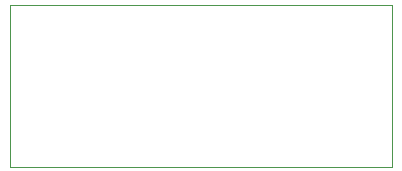
<source format=gbr>
G04 #@! TF.GenerationSoftware,KiCad,Pcbnew,(5.1.0)-1*
G04 #@! TF.CreationDate,2020-05-09T23:37:50+02:00*
G04 #@! TF.ProjectId,Token,546f6b65-6e2e-46b6-9963-61645f706362,rev?*
G04 #@! TF.SameCoordinates,Original*
G04 #@! TF.FileFunction,Profile,NP*
%FSLAX46Y46*%
G04 Gerber Fmt 4.6, Leading zero omitted, Abs format (unit mm)*
G04 Created by KiCad (PCBNEW (5.1.0)-1) date 2020-05-09 23:37:50*
%MOMM*%
%LPD*%
G04 APERTURE LIST*
%ADD10C,0.050000*%
G04 APERTURE END LIST*
D10*
X138049000Y-49149000D02*
X138049000Y-48133000D01*
X170434000Y-49149000D02*
X138049000Y-49149000D01*
X138049000Y-35433000D02*
X138049000Y-48133000D01*
X170434000Y-35433000D02*
X138049000Y-35433000D01*
X170434000Y-49149000D02*
X170434000Y-35433000D01*
M02*

</source>
